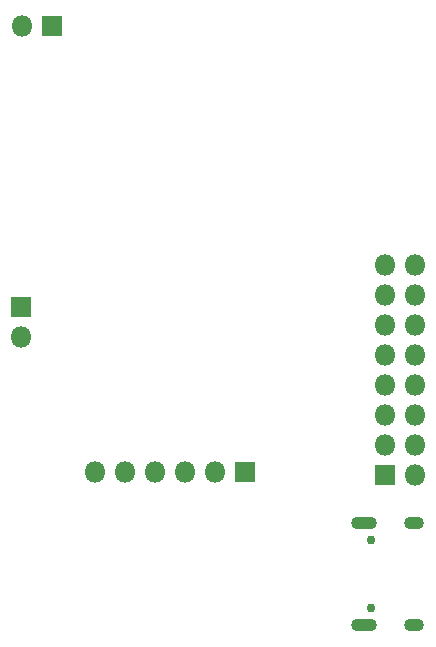
<source format=gbr>
%TF.GenerationSoftware,KiCad,Pcbnew,(5.1.6)-1*%
%TF.CreationDate,2020-11-22T22:34:21+08:00*%
%TF.ProjectId,matrix-clock,6d617472-6978-42d6-936c-6f636b2e6b69,rev?*%
%TF.SameCoordinates,Original*%
%TF.FileFunction,Soldermask,Bot*%
%TF.FilePolarity,Negative*%
%FSLAX46Y46*%
G04 Gerber Fmt 4.6, Leading zero omitted, Abs format (unit mm)*
G04 Created by KiCad (PCBNEW (5.1.6)-1) date 2020-11-22 22:34:21*
%MOMM*%
%LPD*%
G01*
G04 APERTURE LIST*
%ADD10O,1.800000X1.800000*%
%ADD11R,1.800000X1.800000*%
%ADD12O,2.200000X1.100000*%
%ADD13C,0.750000*%
%ADD14O,1.700000X1.100000*%
G04 APERTURE END LIST*
D10*
%TO.C,J5*%
X135660000Y-77600000D03*
D11*
X138200000Y-77600000D03*
%TD*%
D12*
%TO.C,J4*%
X164670000Y-119680000D03*
X164670000Y-128320000D03*
D13*
X165200000Y-126890000D03*
D14*
X168850000Y-128320000D03*
D13*
X165200000Y-121110000D03*
D14*
X168850000Y-119680000D03*
%TD*%
D10*
%TO.C,J3*%
X135600000Y-103940000D03*
D11*
X135600000Y-101400000D03*
%TD*%
D10*
%TO.C,J2*%
X168940000Y-97820000D03*
X166400000Y-97820000D03*
X168940000Y-100360000D03*
X166400000Y-100360000D03*
X168940000Y-102900000D03*
X166400000Y-102900000D03*
X168940000Y-105440000D03*
X166400000Y-105440000D03*
X168940000Y-107980000D03*
X166400000Y-107980000D03*
X168940000Y-110520000D03*
X166400000Y-110520000D03*
X168940000Y-113060000D03*
X166400000Y-113060000D03*
X168940000Y-115600000D03*
D11*
X166400000Y-115600000D03*
%TD*%
D10*
%TO.C,J1*%
X141900000Y-115400000D03*
X144440000Y-115400000D03*
X146980000Y-115400000D03*
X149520000Y-115400000D03*
X152060000Y-115400000D03*
D11*
X154600000Y-115400000D03*
%TD*%
M02*

</source>
